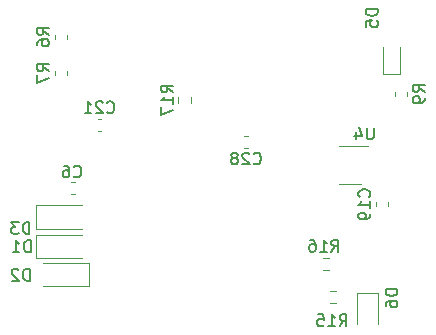
<source format=gbr>
G04 #@! TF.GenerationSoftware,KiCad,Pcbnew,5.1.8-1.fc33*
G04 #@! TF.CreationDate,2020-12-23T22:24:44+01:00*
G04 #@! TF.ProjectId,venom,76656e6f-6d2e-46b6-9963-61645f706362,rev?*
G04 #@! TF.SameCoordinates,Original*
G04 #@! TF.FileFunction,Legend,Bot*
G04 #@! TF.FilePolarity,Positive*
%FSLAX46Y46*%
G04 Gerber Fmt 4.6, Leading zero omitted, Abs format (unit mm)*
G04 Created by KiCad (PCBNEW 5.1.8-1.fc33) date 2020-12-23 22:24:44*
%MOMM*%
%LPD*%
G01*
G04 APERTURE LIST*
%ADD10C,0.120000*%
%ADD11C,0.150000*%
G04 APERTURE END LIST*
D10*
X148887221Y-117570000D02*
X149212779Y-117570000D01*
X148887221Y-118590000D02*
X149212779Y-118590000D01*
X145940000Y-124070000D02*
X149840000Y-124070000D01*
X145940000Y-122070000D02*
X149840000Y-122070000D01*
X145940000Y-124070000D02*
X145940000Y-122070000D01*
X150440000Y-124450000D02*
X150440000Y-126450000D01*
X150440000Y-126450000D02*
X146540000Y-126450000D01*
X150440000Y-124450000D02*
X146540000Y-124450000D01*
X145950000Y-121560000D02*
X149850000Y-121560000D01*
X145950000Y-119560000D02*
X149850000Y-119560000D01*
X145950000Y-121560000D02*
X145950000Y-119560000D01*
X147490000Y-105157221D02*
X147490000Y-105482779D01*
X148510000Y-105157221D02*
X148510000Y-105482779D01*
X148510000Y-108217221D02*
X148510000Y-108542779D01*
X147490000Y-108217221D02*
X147490000Y-108542779D01*
X176350000Y-109957221D02*
X176350000Y-110282779D01*
X177370000Y-109957221D02*
X177370000Y-110282779D01*
X175710000Y-119337221D02*
X175710000Y-119662779D01*
X174690000Y-119337221D02*
X174690000Y-119662779D01*
X175265000Y-108485000D02*
X175265000Y-106200000D01*
X176735000Y-108485000D02*
X175265000Y-108485000D01*
X176735000Y-106200000D02*
X176735000Y-108485000D01*
X151452779Y-113270000D02*
X151127221Y-113270000D01*
X151452779Y-112250000D02*
X151127221Y-112250000D01*
X163570040Y-113729040D02*
X163851200Y-113729040D01*
X163570040Y-114749040D02*
X163851200Y-114749040D01*
X173132380Y-127041780D02*
X173132380Y-129591780D01*
X174832380Y-127041780D02*
X174832380Y-129591780D01*
X173132380Y-127041780D02*
X174832380Y-127041780D01*
X171316418Y-126840720D02*
X170841902Y-126840720D01*
X171316418Y-127885720D02*
X170841902Y-127885720D01*
X170257702Y-124036560D02*
X170732218Y-124036560D01*
X170257702Y-125081560D02*
X170732218Y-125081560D01*
X159018500Y-110415302D02*
X159018500Y-110889818D01*
X157973500Y-110415302D02*
X157973500Y-110889818D01*
X171609180Y-114567060D02*
X174059180Y-114567060D01*
X173409180Y-117787060D02*
X171609180Y-117787060D01*
D11*
X149116666Y-117117142D02*
X149164285Y-117164761D01*
X149307142Y-117212380D01*
X149402380Y-117212380D01*
X149545238Y-117164761D01*
X149640476Y-117069523D01*
X149688095Y-116974285D01*
X149735714Y-116783809D01*
X149735714Y-116640952D01*
X149688095Y-116450476D01*
X149640476Y-116355238D01*
X149545238Y-116260000D01*
X149402380Y-116212380D01*
X149307142Y-116212380D01*
X149164285Y-116260000D01*
X149116666Y-116307619D01*
X148259523Y-116212380D02*
X148450000Y-116212380D01*
X148545238Y-116260000D01*
X148592857Y-116307619D01*
X148688095Y-116450476D01*
X148735714Y-116640952D01*
X148735714Y-117021904D01*
X148688095Y-117117142D01*
X148640476Y-117164761D01*
X148545238Y-117212380D01*
X148354761Y-117212380D01*
X148259523Y-117164761D01*
X148211904Y-117117142D01*
X148164285Y-117021904D01*
X148164285Y-116783809D01*
X148211904Y-116688571D01*
X148259523Y-116640952D01*
X148354761Y-116593333D01*
X148545238Y-116593333D01*
X148640476Y-116640952D01*
X148688095Y-116688571D01*
X148735714Y-116783809D01*
X145468095Y-123552380D02*
X145468095Y-122552380D01*
X145230000Y-122552380D01*
X145087142Y-122600000D01*
X144991904Y-122695238D01*
X144944285Y-122790476D01*
X144896666Y-122980952D01*
X144896666Y-123123809D01*
X144944285Y-123314285D01*
X144991904Y-123409523D01*
X145087142Y-123504761D01*
X145230000Y-123552380D01*
X145468095Y-123552380D01*
X143944285Y-123552380D02*
X144515714Y-123552380D01*
X144230000Y-123552380D02*
X144230000Y-122552380D01*
X144325238Y-122695238D01*
X144420476Y-122790476D01*
X144515714Y-122838095D01*
X145368095Y-125952380D02*
X145368095Y-124952380D01*
X145130000Y-124952380D01*
X144987142Y-125000000D01*
X144891904Y-125095238D01*
X144844285Y-125190476D01*
X144796666Y-125380952D01*
X144796666Y-125523809D01*
X144844285Y-125714285D01*
X144891904Y-125809523D01*
X144987142Y-125904761D01*
X145130000Y-125952380D01*
X145368095Y-125952380D01*
X144415714Y-125047619D02*
X144368095Y-125000000D01*
X144272857Y-124952380D01*
X144034761Y-124952380D01*
X143939523Y-125000000D01*
X143891904Y-125047619D01*
X143844285Y-125142857D01*
X143844285Y-125238095D01*
X143891904Y-125380952D01*
X144463333Y-125952380D01*
X143844285Y-125952380D01*
X145348095Y-121992380D02*
X145348095Y-120992380D01*
X145110000Y-120992380D01*
X144967142Y-121040000D01*
X144871904Y-121135238D01*
X144824285Y-121230476D01*
X144776666Y-121420952D01*
X144776666Y-121563809D01*
X144824285Y-121754285D01*
X144871904Y-121849523D01*
X144967142Y-121944761D01*
X145110000Y-121992380D01*
X145348095Y-121992380D01*
X144443333Y-120992380D02*
X143824285Y-120992380D01*
X144157619Y-121373333D01*
X144014761Y-121373333D01*
X143919523Y-121420952D01*
X143871904Y-121468571D01*
X143824285Y-121563809D01*
X143824285Y-121801904D01*
X143871904Y-121897142D01*
X143919523Y-121944761D01*
X144014761Y-121992380D01*
X144300476Y-121992380D01*
X144395714Y-121944761D01*
X144443333Y-121897142D01*
X147022380Y-105153333D02*
X146546190Y-104820000D01*
X147022380Y-104581904D02*
X146022380Y-104581904D01*
X146022380Y-104962857D01*
X146070000Y-105058095D01*
X146117619Y-105105714D01*
X146212857Y-105153333D01*
X146355714Y-105153333D01*
X146450952Y-105105714D01*
X146498571Y-105058095D01*
X146546190Y-104962857D01*
X146546190Y-104581904D01*
X146022380Y-106010476D02*
X146022380Y-105820000D01*
X146070000Y-105724761D01*
X146117619Y-105677142D01*
X146260476Y-105581904D01*
X146450952Y-105534285D01*
X146831904Y-105534285D01*
X146927142Y-105581904D01*
X146974761Y-105629523D01*
X147022380Y-105724761D01*
X147022380Y-105915238D01*
X146974761Y-106010476D01*
X146927142Y-106058095D01*
X146831904Y-106105714D01*
X146593809Y-106105714D01*
X146498571Y-106058095D01*
X146450952Y-106010476D01*
X146403333Y-105915238D01*
X146403333Y-105724761D01*
X146450952Y-105629523D01*
X146498571Y-105581904D01*
X146593809Y-105534285D01*
X147022380Y-108213333D02*
X146546190Y-107880000D01*
X147022380Y-107641904D02*
X146022380Y-107641904D01*
X146022380Y-108022857D01*
X146070000Y-108118095D01*
X146117619Y-108165714D01*
X146212857Y-108213333D01*
X146355714Y-108213333D01*
X146450952Y-108165714D01*
X146498571Y-108118095D01*
X146546190Y-108022857D01*
X146546190Y-107641904D01*
X146022380Y-108546666D02*
X146022380Y-109213333D01*
X147022380Y-108784761D01*
X178812380Y-109983333D02*
X178336190Y-109650000D01*
X178812380Y-109411904D02*
X177812380Y-109411904D01*
X177812380Y-109792857D01*
X177860000Y-109888095D01*
X177907619Y-109935714D01*
X178002857Y-109983333D01*
X178145714Y-109983333D01*
X178240952Y-109935714D01*
X178288571Y-109888095D01*
X178336190Y-109792857D01*
X178336190Y-109411904D01*
X178812380Y-110459523D02*
X178812380Y-110650000D01*
X178764761Y-110745238D01*
X178717142Y-110792857D01*
X178574285Y-110888095D01*
X178383809Y-110935714D01*
X178002857Y-110935714D01*
X177907619Y-110888095D01*
X177860000Y-110840476D01*
X177812380Y-110745238D01*
X177812380Y-110554761D01*
X177860000Y-110459523D01*
X177907619Y-110411904D01*
X178002857Y-110364285D01*
X178240952Y-110364285D01*
X178336190Y-110411904D01*
X178383809Y-110459523D01*
X178431428Y-110554761D01*
X178431428Y-110745238D01*
X178383809Y-110840476D01*
X178336190Y-110888095D01*
X178240952Y-110935714D01*
X174127142Y-118857142D02*
X174174761Y-118809523D01*
X174222380Y-118666666D01*
X174222380Y-118571428D01*
X174174761Y-118428571D01*
X174079523Y-118333333D01*
X173984285Y-118285714D01*
X173793809Y-118238095D01*
X173650952Y-118238095D01*
X173460476Y-118285714D01*
X173365238Y-118333333D01*
X173270000Y-118428571D01*
X173222380Y-118571428D01*
X173222380Y-118666666D01*
X173270000Y-118809523D01*
X173317619Y-118857142D01*
X174222380Y-119809523D02*
X174222380Y-119238095D01*
X174222380Y-119523809D02*
X173222380Y-119523809D01*
X173365238Y-119428571D01*
X173460476Y-119333333D01*
X173508095Y-119238095D01*
X174222380Y-120285714D02*
X174222380Y-120476190D01*
X174174761Y-120571428D01*
X174127142Y-120619047D01*
X173984285Y-120714285D01*
X173793809Y-120761904D01*
X173412857Y-120761904D01*
X173317619Y-120714285D01*
X173270000Y-120666666D01*
X173222380Y-120571428D01*
X173222380Y-120380952D01*
X173270000Y-120285714D01*
X173317619Y-120238095D01*
X173412857Y-120190476D01*
X173650952Y-120190476D01*
X173746190Y-120238095D01*
X173793809Y-120285714D01*
X173841428Y-120380952D01*
X173841428Y-120571428D01*
X173793809Y-120666666D01*
X173746190Y-120714285D01*
X173650952Y-120761904D01*
X174852380Y-102961904D02*
X173852380Y-102961904D01*
X173852380Y-103200000D01*
X173900000Y-103342857D01*
X173995238Y-103438095D01*
X174090476Y-103485714D01*
X174280952Y-103533333D01*
X174423809Y-103533333D01*
X174614285Y-103485714D01*
X174709523Y-103438095D01*
X174804761Y-103342857D01*
X174852380Y-103200000D01*
X174852380Y-102961904D01*
X173852380Y-104438095D02*
X173852380Y-103961904D01*
X174328571Y-103914285D01*
X174280952Y-103961904D01*
X174233333Y-104057142D01*
X174233333Y-104295238D01*
X174280952Y-104390476D01*
X174328571Y-104438095D01*
X174423809Y-104485714D01*
X174661904Y-104485714D01*
X174757142Y-104438095D01*
X174804761Y-104390476D01*
X174852380Y-104295238D01*
X174852380Y-104057142D01*
X174804761Y-103961904D01*
X174757142Y-103914285D01*
X151932857Y-111687142D02*
X151980476Y-111734761D01*
X152123333Y-111782380D01*
X152218571Y-111782380D01*
X152361428Y-111734761D01*
X152456666Y-111639523D01*
X152504285Y-111544285D01*
X152551904Y-111353809D01*
X152551904Y-111210952D01*
X152504285Y-111020476D01*
X152456666Y-110925238D01*
X152361428Y-110830000D01*
X152218571Y-110782380D01*
X152123333Y-110782380D01*
X151980476Y-110830000D01*
X151932857Y-110877619D01*
X151551904Y-110877619D02*
X151504285Y-110830000D01*
X151409047Y-110782380D01*
X151170952Y-110782380D01*
X151075714Y-110830000D01*
X151028095Y-110877619D01*
X150980476Y-110972857D01*
X150980476Y-111068095D01*
X151028095Y-111210952D01*
X151599523Y-111782380D01*
X150980476Y-111782380D01*
X150028095Y-111782380D02*
X150599523Y-111782380D01*
X150313809Y-111782380D02*
X150313809Y-110782380D01*
X150409047Y-110925238D01*
X150504285Y-111020476D01*
X150599523Y-111068095D01*
X164353477Y-116026182D02*
X164401096Y-116073801D01*
X164543953Y-116121420D01*
X164639191Y-116121420D01*
X164782048Y-116073801D01*
X164877286Y-115978563D01*
X164924905Y-115883325D01*
X164972524Y-115692849D01*
X164972524Y-115549992D01*
X164924905Y-115359516D01*
X164877286Y-115264278D01*
X164782048Y-115169040D01*
X164639191Y-115121420D01*
X164543953Y-115121420D01*
X164401096Y-115169040D01*
X164353477Y-115216659D01*
X163972524Y-115216659D02*
X163924905Y-115169040D01*
X163829667Y-115121420D01*
X163591572Y-115121420D01*
X163496334Y-115169040D01*
X163448715Y-115216659D01*
X163401096Y-115311897D01*
X163401096Y-115407135D01*
X163448715Y-115549992D01*
X164020143Y-116121420D01*
X163401096Y-116121420D01*
X162829667Y-115549992D02*
X162924905Y-115502373D01*
X162972524Y-115454754D01*
X163020143Y-115359516D01*
X163020143Y-115311897D01*
X162972524Y-115216659D01*
X162924905Y-115169040D01*
X162829667Y-115121420D01*
X162639191Y-115121420D01*
X162543953Y-115169040D01*
X162496334Y-115216659D01*
X162448715Y-115311897D01*
X162448715Y-115359516D01*
X162496334Y-115454754D01*
X162543953Y-115502373D01*
X162639191Y-115549992D01*
X162829667Y-115549992D01*
X162924905Y-115597611D01*
X162972524Y-115645230D01*
X163020143Y-115740468D01*
X163020143Y-115930944D01*
X162972524Y-116026182D01*
X162924905Y-116073801D01*
X162829667Y-116121420D01*
X162639191Y-116121420D01*
X162543953Y-116073801D01*
X162496334Y-116026182D01*
X162448715Y-115930944D01*
X162448715Y-115740468D01*
X162496334Y-115645230D01*
X162543953Y-115597611D01*
X162639191Y-115549992D01*
X176512480Y-126686084D02*
X175512480Y-126686084D01*
X175512480Y-126924180D01*
X175560100Y-127067037D01*
X175655338Y-127162275D01*
X175750576Y-127209894D01*
X175941052Y-127257513D01*
X176083909Y-127257513D01*
X176274385Y-127209894D01*
X176369623Y-127162275D01*
X176464861Y-127067037D01*
X176512480Y-126924180D01*
X176512480Y-126686084D01*
X175512480Y-128114656D02*
X175512480Y-127924180D01*
X175560100Y-127828941D01*
X175607719Y-127781322D01*
X175750576Y-127686084D01*
X175941052Y-127638465D01*
X176322004Y-127638465D01*
X176417242Y-127686084D01*
X176464861Y-127733703D01*
X176512480Y-127828941D01*
X176512480Y-128019418D01*
X176464861Y-128114656D01*
X176417242Y-128162275D01*
X176322004Y-128209894D01*
X176083909Y-128209894D01*
X175988671Y-128162275D01*
X175941052Y-128114656D01*
X175893433Y-128019418D01*
X175893433Y-127828941D01*
X175941052Y-127733703D01*
X175988671Y-127686084D01*
X176083909Y-127638465D01*
X171617877Y-129806960D02*
X171951210Y-129330770D01*
X172189305Y-129806960D02*
X172189305Y-128806960D01*
X171808353Y-128806960D01*
X171713115Y-128854580D01*
X171665496Y-128902199D01*
X171617877Y-128997437D01*
X171617877Y-129140294D01*
X171665496Y-129235532D01*
X171713115Y-129283151D01*
X171808353Y-129330770D01*
X172189305Y-129330770D01*
X170665496Y-129806960D02*
X171236924Y-129806960D01*
X170951210Y-129806960D02*
X170951210Y-128806960D01*
X171046448Y-128949818D01*
X171141686Y-129045056D01*
X171236924Y-129092675D01*
X169760734Y-128806960D02*
X170236924Y-128806960D01*
X170284543Y-129283151D01*
X170236924Y-129235532D01*
X170141686Y-129187913D01*
X169903591Y-129187913D01*
X169808353Y-129235532D01*
X169760734Y-129283151D01*
X169713115Y-129378389D01*
X169713115Y-129616484D01*
X169760734Y-129711722D01*
X169808353Y-129759341D01*
X169903591Y-129806960D01*
X170141686Y-129806960D01*
X170236924Y-129759341D01*
X170284543Y-129711722D01*
X170934617Y-123502680D02*
X171267950Y-123026490D01*
X171506045Y-123502680D02*
X171506045Y-122502680D01*
X171125093Y-122502680D01*
X171029855Y-122550300D01*
X170982236Y-122597919D01*
X170934617Y-122693157D01*
X170934617Y-122836014D01*
X170982236Y-122931252D01*
X171029855Y-122978871D01*
X171125093Y-123026490D01*
X171506045Y-123026490D01*
X169982236Y-123502680D02*
X170553664Y-123502680D01*
X170267950Y-123502680D02*
X170267950Y-122502680D01*
X170363188Y-122645538D01*
X170458426Y-122740776D01*
X170553664Y-122788395D01*
X169125093Y-122502680D02*
X169315569Y-122502680D01*
X169410807Y-122550300D01*
X169458426Y-122597919D01*
X169553664Y-122740776D01*
X169601283Y-122931252D01*
X169601283Y-123312204D01*
X169553664Y-123407442D01*
X169506045Y-123455061D01*
X169410807Y-123502680D01*
X169220331Y-123502680D01*
X169125093Y-123455061D01*
X169077474Y-123407442D01*
X169029855Y-123312204D01*
X169029855Y-123074109D01*
X169077474Y-122978871D01*
X169125093Y-122931252D01*
X169220331Y-122883633D01*
X169410807Y-122883633D01*
X169506045Y-122931252D01*
X169553664Y-122978871D01*
X169601283Y-123074109D01*
X157518380Y-110009702D02*
X157042190Y-109676369D01*
X157518380Y-109438274D02*
X156518380Y-109438274D01*
X156518380Y-109819226D01*
X156566000Y-109914464D01*
X156613619Y-109962083D01*
X156708857Y-110009702D01*
X156851714Y-110009702D01*
X156946952Y-109962083D01*
X156994571Y-109914464D01*
X157042190Y-109819226D01*
X157042190Y-109438274D01*
X157518380Y-110962083D02*
X157518380Y-110390655D01*
X157518380Y-110676369D02*
X156518380Y-110676369D01*
X156661238Y-110581131D01*
X156756476Y-110485893D01*
X156804095Y-110390655D01*
X156518380Y-111295417D02*
X156518380Y-111962083D01*
X157518380Y-111533512D01*
X174497904Y-113003080D02*
X174497904Y-113812604D01*
X174450285Y-113907842D01*
X174402666Y-113955461D01*
X174307428Y-114003080D01*
X174116952Y-114003080D01*
X174021714Y-113955461D01*
X173974095Y-113907842D01*
X173926476Y-113812604D01*
X173926476Y-113003080D01*
X173021714Y-113336414D02*
X173021714Y-114003080D01*
X173259809Y-112955461D02*
X173497904Y-113669747D01*
X172878857Y-113669747D01*
M02*

</source>
